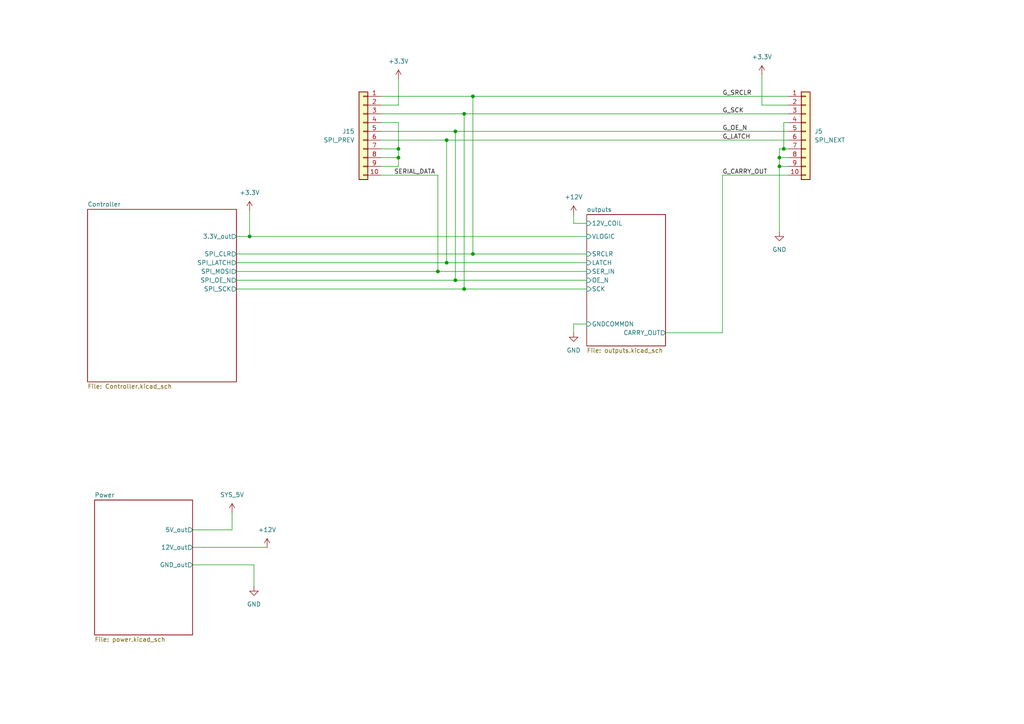
<source format=kicad_sch>
(kicad_sch
	(version 20250114)
	(generator "eeschema")
	(generator_version "9.0")
	(uuid "4a899aa1-9bb8-4bd0-98b8-a923f79fe9df")
	(paper "A4")
	(lib_symbols
		(symbol "Connector_Generic:Conn_01x10"
			(pin_names
				(offset 1.016)
				(hide yes)
			)
			(exclude_from_sim no)
			(in_bom yes)
			(on_board yes)
			(property "Reference" "J"
				(at 0 12.7 0)
				(effects
					(font
						(size 1.27 1.27)
					)
				)
			)
			(property "Value" "Conn_01x10"
				(at 0 -15.24 0)
				(effects
					(font
						(size 1.27 1.27)
					)
				)
			)
			(property "Footprint" ""
				(at 0 0 0)
				(effects
					(font
						(size 1.27 1.27)
					)
					(hide yes)
				)
			)
			(property "Datasheet" "~"
				(at 0 0 0)
				(effects
					(font
						(size 1.27 1.27)
					)
					(hide yes)
				)
			)
			(property "Description" "Generic connector, single row, 01x10, script generated (kicad-library-utils/schlib/autogen/connector/)"
				(at 0 0 0)
				(effects
					(font
						(size 1.27 1.27)
					)
					(hide yes)
				)
			)
			(property "ki_keywords" "connector"
				(at 0 0 0)
				(effects
					(font
						(size 1.27 1.27)
					)
					(hide yes)
				)
			)
			(property "ki_fp_filters" "Connector*:*_1x??_*"
				(at 0 0 0)
				(effects
					(font
						(size 1.27 1.27)
					)
					(hide yes)
				)
			)
			(symbol "Conn_01x10_1_1"
				(rectangle
					(start -1.27 11.43)
					(end 1.27 -13.97)
					(stroke
						(width 0.254)
						(type default)
					)
					(fill
						(type background)
					)
				)
				(rectangle
					(start -1.27 10.287)
					(end 0 10.033)
					(stroke
						(width 0.1524)
						(type default)
					)
					(fill
						(type none)
					)
				)
				(rectangle
					(start -1.27 7.747)
					(end 0 7.493)
					(stroke
						(width 0.1524)
						(type default)
					)
					(fill
						(type none)
					)
				)
				(rectangle
					(start -1.27 5.207)
					(end 0 4.953)
					(stroke
						(width 0.1524)
						(type default)
					)
					(fill
						(type none)
					)
				)
				(rectangle
					(start -1.27 2.667)
					(end 0 2.413)
					(stroke
						(width 0.1524)
						(type default)
					)
					(fill
						(type none)
					)
				)
				(rectangle
					(start -1.27 0.127)
					(end 0 -0.127)
					(stroke
						(width 0.1524)
						(type default)
					)
					(fill
						(type none)
					)
				)
				(rectangle
					(start -1.27 -2.413)
					(end 0 -2.667)
					(stroke
						(width 0.1524)
						(type default)
					)
					(fill
						(type none)
					)
				)
				(rectangle
					(start -1.27 -4.953)
					(end 0 -5.207)
					(stroke
						(width 0.1524)
						(type default)
					)
					(fill
						(type none)
					)
				)
				(rectangle
					(start -1.27 -7.493)
					(end 0 -7.747)
					(stroke
						(width 0.1524)
						(type default)
					)
					(fill
						(type none)
					)
				)
				(rectangle
					(start -1.27 -10.033)
					(end 0 -10.287)
					(stroke
						(width 0.1524)
						(type default)
					)
					(fill
						(type none)
					)
				)
				(rectangle
					(start -1.27 -12.573)
					(end 0 -12.827)
					(stroke
						(width 0.1524)
						(type default)
					)
					(fill
						(type none)
					)
				)
				(pin passive line
					(at -5.08 10.16 0)
					(length 3.81)
					(name "Pin_1"
						(effects
							(font
								(size 1.27 1.27)
							)
						)
					)
					(number "1"
						(effects
							(font
								(size 1.27 1.27)
							)
						)
					)
				)
				(pin passive line
					(at -5.08 7.62 0)
					(length 3.81)
					(name "Pin_2"
						(effects
							(font
								(size 1.27 1.27)
							)
						)
					)
					(number "2"
						(effects
							(font
								(size 1.27 1.27)
							)
						)
					)
				)
				(pin passive line
					(at -5.08 5.08 0)
					(length 3.81)
					(name "Pin_3"
						(effects
							(font
								(size 1.27 1.27)
							)
						)
					)
					(number "3"
						(effects
							(font
								(size 1.27 1.27)
							)
						)
					)
				)
				(pin passive line
					(at -5.08 2.54 0)
					(length 3.81)
					(name "Pin_4"
						(effects
							(font
								(size 1.27 1.27)
							)
						)
					)
					(number "4"
						(effects
							(font
								(size 1.27 1.27)
							)
						)
					)
				)
				(pin passive line
					(at -5.08 0 0)
					(length 3.81)
					(name "Pin_5"
						(effects
							(font
								(size 1.27 1.27)
							)
						)
					)
					(number "5"
						(effects
							(font
								(size 1.27 1.27)
							)
						)
					)
				)
				(pin passive line
					(at -5.08 -2.54 0)
					(length 3.81)
					(name "Pin_6"
						(effects
							(font
								(size 1.27 1.27)
							)
						)
					)
					(number "6"
						(effects
							(font
								(size 1.27 1.27)
							)
						)
					)
				)
				(pin passive line
					(at -5.08 -5.08 0)
					(length 3.81)
					(name "Pin_7"
						(effects
							(font
								(size 1.27 1.27)
							)
						)
					)
					(number "7"
						(effects
							(font
								(size 1.27 1.27)
							)
						)
					)
				)
				(pin passive line
					(at -5.08 -7.62 0)
					(length 3.81)
					(name "Pin_8"
						(effects
							(font
								(size 1.27 1.27)
							)
						)
					)
					(number "8"
						(effects
							(font
								(size 1.27 1.27)
							)
						)
					)
				)
				(pin passive line
					(at -5.08 -10.16 0)
					(length 3.81)
					(name "Pin_9"
						(effects
							(font
								(size 1.27 1.27)
							)
						)
					)
					(number "9"
						(effects
							(font
								(size 1.27 1.27)
							)
						)
					)
				)
				(pin passive line
					(at -5.08 -12.7 0)
					(length 3.81)
					(name "Pin_10"
						(effects
							(font
								(size 1.27 1.27)
							)
						)
					)
					(number "10"
						(effects
							(font
								(size 1.27 1.27)
							)
						)
					)
				)
			)
			(embedded_fonts no)
		)
		(symbol "power:+12V"
			(power)
			(pin_numbers
				(hide yes)
			)
			(pin_names
				(offset 0)
				(hide yes)
			)
			(exclude_from_sim no)
			(in_bom yes)
			(on_board yes)
			(property "Reference" "#PWR"
				(at 0 -3.81 0)
				(effects
					(font
						(size 1.27 1.27)
					)
					(hide yes)
				)
			)
			(property "Value" "+12V"
				(at 0 3.556 0)
				(effects
					(font
						(size 1.27 1.27)
					)
				)
			)
			(property "Footprint" ""
				(at 0 0 0)
				(effects
					(font
						(size 1.27 1.27)
					)
					(hide yes)
				)
			)
			(property "Datasheet" ""
				(at 0 0 0)
				(effects
					(font
						(size 1.27 1.27)
					)
					(hide yes)
				)
			)
			(property "Description" "Power symbol creates a global label with name \"+12V\""
				(at 0 0 0)
				(effects
					(font
						(size 1.27 1.27)
					)
					(hide yes)
				)
			)
			(property "ki_keywords" "global power"
				(at 0 0 0)
				(effects
					(font
						(size 1.27 1.27)
					)
					(hide yes)
				)
			)
			(symbol "+12V_0_1"
				(polyline
					(pts
						(xy -0.762 1.27) (xy 0 2.54)
					)
					(stroke
						(width 0)
						(type default)
					)
					(fill
						(type none)
					)
				)
				(polyline
					(pts
						(xy 0 2.54) (xy 0.762 1.27)
					)
					(stroke
						(width 0)
						(type default)
					)
					(fill
						(type none)
					)
				)
				(polyline
					(pts
						(xy 0 0) (xy 0 2.54)
					)
					(stroke
						(width 0)
						(type default)
					)
					(fill
						(type none)
					)
				)
			)
			(symbol "+12V_1_1"
				(pin power_in line
					(at 0 0 90)
					(length 0)
					(name "~"
						(effects
							(font
								(size 1.27 1.27)
							)
						)
					)
					(number "1"
						(effects
							(font
								(size 1.27 1.27)
							)
						)
					)
				)
			)
			(embedded_fonts no)
		)
		(symbol "power:+3.3V"
			(power)
			(pin_numbers
				(hide yes)
			)
			(pin_names
				(offset 0)
				(hide yes)
			)
			(exclude_from_sim no)
			(in_bom yes)
			(on_board yes)
			(property "Reference" "#PWR"
				(at 0 -3.81 0)
				(effects
					(font
						(size 1.27 1.27)
					)
					(hide yes)
				)
			)
			(property "Value" "+3.3V"
				(at 0 3.556 0)
				(effects
					(font
						(size 1.27 1.27)
					)
				)
			)
			(property "Footprint" ""
				(at 0 0 0)
				(effects
					(font
						(size 1.27 1.27)
					)
					(hide yes)
				)
			)
			(property "Datasheet" ""
				(at 0 0 0)
				(effects
					(font
						(size 1.27 1.27)
					)
					(hide yes)
				)
			)
			(property "Description" "Power symbol creates a global label with name \"+3.3V\""
				(at 0 0 0)
				(effects
					(font
						(size 1.27 1.27)
					)
					(hide yes)
				)
			)
			(property "ki_keywords" "global power"
				(at 0 0 0)
				(effects
					(font
						(size 1.27 1.27)
					)
					(hide yes)
				)
			)
			(symbol "+3.3V_0_1"
				(polyline
					(pts
						(xy -0.762 1.27) (xy 0 2.54)
					)
					(stroke
						(width 0)
						(type default)
					)
					(fill
						(type none)
					)
				)
				(polyline
					(pts
						(xy 0 2.54) (xy 0.762 1.27)
					)
					(stroke
						(width 0)
						(type default)
					)
					(fill
						(type none)
					)
				)
				(polyline
					(pts
						(xy 0 0) (xy 0 2.54)
					)
					(stroke
						(width 0)
						(type default)
					)
					(fill
						(type none)
					)
				)
			)
			(symbol "+3.3V_1_1"
				(pin power_in line
					(at 0 0 90)
					(length 0)
					(name "~"
						(effects
							(font
								(size 1.27 1.27)
							)
						)
					)
					(number "1"
						(effects
							(font
								(size 1.27 1.27)
							)
						)
					)
				)
			)
			(embedded_fonts no)
		)
		(symbol "power:+5V"
			(power)
			(pin_numbers
				(hide yes)
			)
			(pin_names
				(offset 0)
				(hide yes)
			)
			(exclude_from_sim no)
			(in_bom yes)
			(on_board yes)
			(property "Reference" "#PWR"
				(at 0 -3.81 0)
				(effects
					(font
						(size 1.27 1.27)
					)
					(hide yes)
				)
			)
			(property "Value" "+5V"
				(at 0 3.556 0)
				(effects
					(font
						(size 1.27 1.27)
					)
				)
			)
			(property "Footprint" ""
				(at 0 0 0)
				(effects
					(font
						(size 1.27 1.27)
					)
					(hide yes)
				)
			)
			(property "Datasheet" ""
				(at 0 0 0)
				(effects
					(font
						(size 1.27 1.27)
					)
					(hide yes)
				)
			)
			(property "Description" "Power symbol creates a global label with name \"+5V\""
				(at 0 0 0)
				(effects
					(font
						(size 1.27 1.27)
					)
					(hide yes)
				)
			)
			(property "ki_keywords" "global power"
				(at 0 0 0)
				(effects
					(font
						(size 1.27 1.27)
					)
					(hide yes)
				)
			)
			(symbol "+5V_0_1"
				(polyline
					(pts
						(xy -0.762 1.27) (xy 0 2.54)
					)
					(stroke
						(width 0)
						(type default)
					)
					(fill
						(type none)
					)
				)
				(polyline
					(pts
						(xy 0 2.54) (xy 0.762 1.27)
					)
					(stroke
						(width 0)
						(type default)
					)
					(fill
						(type none)
					)
				)
				(polyline
					(pts
						(xy 0 0) (xy 0 2.54)
					)
					(stroke
						(width 0)
						(type default)
					)
					(fill
						(type none)
					)
				)
			)
			(symbol "+5V_1_1"
				(pin power_in line
					(at 0 0 90)
					(length 0)
					(name "~"
						(effects
							(font
								(size 1.27 1.27)
							)
						)
					)
					(number "1"
						(effects
							(font
								(size 1.27 1.27)
							)
						)
					)
				)
			)
			(embedded_fonts no)
		)
		(symbol "power:GND"
			(power)
			(pin_numbers
				(hide yes)
			)
			(pin_names
				(offset 0)
				(hide yes)
			)
			(exclude_from_sim no)
			(in_bom yes)
			(on_board yes)
			(property "Reference" "#PWR"
				(at 0 -6.35 0)
				(effects
					(font
						(size 1.27 1.27)
					)
					(hide yes)
				)
			)
			(property "Value" "GND"
				(at 0 -3.81 0)
				(effects
					(font
						(size 1.27 1.27)
					)
				)
			)
			(property "Footprint" ""
				(at 0 0 0)
				(effects
					(font
						(size 1.27 1.27)
					)
					(hide yes)
				)
			)
			(property "Datasheet" ""
				(at 0 0 0)
				(effects
					(font
						(size 1.27 1.27)
					)
					(hide yes)
				)
			)
			(property "Description" "Power symbol creates a global label with name \"GND\" , ground"
				(at 0 0 0)
				(effects
					(font
						(size 1.27 1.27)
					)
					(hide yes)
				)
			)
			(property "ki_keywords" "global power"
				(at 0 0 0)
				(effects
					(font
						(size 1.27 1.27)
					)
					(hide yes)
				)
			)
			(symbol "GND_0_1"
				(polyline
					(pts
						(xy 0 0) (xy 0 -1.27) (xy 1.27 -1.27) (xy 0 -2.54) (xy -1.27 -1.27) (xy 0 -1.27)
					)
					(stroke
						(width 0)
						(type default)
					)
					(fill
						(type none)
					)
				)
			)
			(symbol "GND_1_1"
				(pin power_in line
					(at 0 0 270)
					(length 0)
					(name "~"
						(effects
							(font
								(size 1.27 1.27)
							)
						)
					)
					(number "1"
						(effects
							(font
								(size 1.27 1.27)
							)
						)
					)
				)
			)
			(embedded_fonts no)
		)
	)
	(junction
		(at 137.16 73.66)
		(diameter 0)
		(color 0 0 0 0)
		(uuid "09a65d19-22d5-4e71-a99c-f6e07b9e01b3")
	)
	(junction
		(at 134.62 33.02)
		(diameter 0)
		(color 0 0 0 0)
		(uuid "0dc65f37-32e2-4ba8-aac6-64a0b5692a5b")
	)
	(junction
		(at 137.16 27.94)
		(diameter 0)
		(color 0 0 0 0)
		(uuid "0f2a0b42-5845-48a9-aa96-cd629e63dbaa")
	)
	(junction
		(at 134.62 83.82)
		(diameter 0)
		(color 0 0 0 0)
		(uuid "2595c17e-f3dc-43a4-a679-1457c80698bb")
	)
	(junction
		(at 115.57 43.18)
		(diameter 0)
		(color 0 0 0 0)
		(uuid "31293778-7edb-4f04-bec9-877732133a5a")
	)
	(junction
		(at 226.06 45.72)
		(diameter 0)
		(color 0 0 0 0)
		(uuid "3e1f42da-bdaa-4a70-b0b0-ad058052f725")
	)
	(junction
		(at 127 78.74)
		(diameter 0)
		(color 0 0 0 0)
		(uuid "4942af57-05e7-4a88-9e52-efb5f0d2de2d")
	)
	(junction
		(at 132.08 81.28)
		(diameter 0)
		(color 0 0 0 0)
		(uuid "5864953b-52bf-4189-a0e6-573e91bb3da4")
	)
	(junction
		(at 227.33 43.18)
		(diameter 0)
		(color 0 0 0 0)
		(uuid "6a943d2e-dd0a-406e-93e9-30584c8f19a9")
	)
	(junction
		(at 132.08 38.1)
		(diameter 0)
		(color 0 0 0 0)
		(uuid "7591e03b-b9ab-4d59-a110-2f884fe70f9c")
	)
	(junction
		(at 129.54 40.64)
		(diameter 0)
		(color 0 0 0 0)
		(uuid "7bbbf712-6a85-4db6-9f75-977881973096")
	)
	(junction
		(at 115.57 45.72)
		(diameter 0)
		(color 0 0 0 0)
		(uuid "a0b6542c-9d81-4500-8ea1-7319ac168c8c")
	)
	(junction
		(at 129.54 76.2)
		(diameter 0)
		(color 0 0 0 0)
		(uuid "b5f8c462-d6f7-41f7-8166-28047d6e6518")
	)
	(junction
		(at 226.06 48.26)
		(diameter 0)
		(color 0 0 0 0)
		(uuid "cbcdd37a-2ad5-4321-a8f8-060ca81afc53")
	)
	(junction
		(at 72.39 68.58)
		(diameter 0)
		(color 0 0 0 0)
		(uuid "e9086c17-72e9-4e14-b90e-593e4811e3fe")
	)
	(wire
		(pts
			(xy 228.6 30.48) (xy 220.98 30.48)
		)
		(stroke
			(width 0)
			(type default)
		)
		(uuid "0162b361-b6c1-4aef-9996-8f5380fa37ed")
	)
	(wire
		(pts
			(xy 170.18 93.98) (xy 166.37 93.98)
		)
		(stroke
			(width 0)
			(type default)
		)
		(uuid "0d51f8d2-d6e4-47a5-adad-877970139969")
	)
	(wire
		(pts
			(xy 137.16 27.94) (xy 137.16 73.66)
		)
		(stroke
			(width 0)
			(type default)
		)
		(uuid "10b760a4-dd3c-40dd-9863-4806604bf1ea")
	)
	(wire
		(pts
			(xy 67.31 153.67) (xy 67.31 148.59)
		)
		(stroke
			(width 0)
			(type default)
		)
		(uuid "110e774e-c554-44af-8b29-99a8f61f8697")
	)
	(wire
		(pts
			(xy 137.16 27.94) (xy 228.6 27.94)
		)
		(stroke
			(width 0)
			(type default)
		)
		(uuid "14569af3-4220-4275-b60c-caee91855ccc")
	)
	(wire
		(pts
			(xy 55.88 158.75) (xy 77.47 158.75)
		)
		(stroke
			(width 0)
			(type default)
		)
		(uuid "1c66a8d4-ccb5-4f1f-8bb7-592727487c79")
	)
	(wire
		(pts
			(xy 129.54 40.64) (xy 228.6 40.64)
		)
		(stroke
			(width 0)
			(type default)
		)
		(uuid "1f8693cf-8cb4-4698-b209-c8b1aeca1f56")
	)
	(wire
		(pts
			(xy 227.33 35.56) (xy 227.33 43.18)
		)
		(stroke
			(width 0)
			(type default)
		)
		(uuid "21f2ad19-30eb-40f7-84fb-ebf713d30632")
	)
	(wire
		(pts
			(xy 129.54 40.64) (xy 129.54 76.2)
		)
		(stroke
			(width 0)
			(type default)
		)
		(uuid "230ac9c1-d0cf-4f80-a409-4404963729e1")
	)
	(wire
		(pts
			(xy 115.57 45.72) (xy 115.57 48.26)
		)
		(stroke
			(width 0)
			(type default)
		)
		(uuid "30baa0ca-6452-49d1-a2a5-e0dca4d136bb")
	)
	(wire
		(pts
			(xy 68.58 81.28) (xy 132.08 81.28)
		)
		(stroke
			(width 0)
			(type default)
		)
		(uuid "33f70b66-20c1-49bf-8087-b5f5eb53575a")
	)
	(wire
		(pts
			(xy 226.06 48.26) (xy 226.06 67.31)
		)
		(stroke
			(width 0)
			(type default)
		)
		(uuid "35522a1b-cdbe-4b34-844f-209a6dfaf1bd")
	)
	(wire
		(pts
			(xy 115.57 35.56) (xy 115.57 43.18)
		)
		(stroke
			(width 0)
			(type default)
		)
		(uuid "37d0f868-5a77-4de4-8cac-10b1adc781f6")
	)
	(wire
		(pts
			(xy 166.37 93.98) (xy 166.37 96.52)
		)
		(stroke
			(width 0)
			(type default)
		)
		(uuid "3d656119-93d8-4fe4-8fd4-7ace3f4a7387")
	)
	(wire
		(pts
			(xy 209.55 50.8) (xy 228.6 50.8)
		)
		(stroke
			(width 0)
			(type default)
		)
		(uuid "42372aa9-b71f-46a9-9b62-6d0f148fec77")
	)
	(wire
		(pts
			(xy 110.49 35.56) (xy 115.57 35.56)
		)
		(stroke
			(width 0)
			(type default)
		)
		(uuid "4da7ffda-3ac2-479d-8c46-3be5048879ff")
	)
	(wire
		(pts
			(xy 72.39 60.96) (xy 72.39 68.58)
		)
		(stroke
			(width 0)
			(type default)
		)
		(uuid "57afae4d-c43a-44f5-aa2f-8d971f78ca56")
	)
	(wire
		(pts
			(xy 226.06 43.18) (xy 226.06 45.72)
		)
		(stroke
			(width 0)
			(type default)
		)
		(uuid "65d7152b-6e89-4349-a56c-8770823f4775")
	)
	(wire
		(pts
			(xy 228.6 48.26) (xy 226.06 48.26)
		)
		(stroke
			(width 0)
			(type default)
		)
		(uuid "6d99184f-b252-441b-aa45-b4129cc89f0d")
	)
	(wire
		(pts
			(xy 55.88 153.67) (xy 67.31 153.67)
		)
		(stroke
			(width 0)
			(type default)
		)
		(uuid "70fbd30a-d93d-4f56-8c5e-1a20e37b6c39")
	)
	(wire
		(pts
			(xy 132.08 38.1) (xy 132.08 81.28)
		)
		(stroke
			(width 0)
			(type default)
		)
		(uuid "7408097f-7be7-4b27-9c54-557f07ceaa92")
	)
	(wire
		(pts
			(xy 110.49 43.18) (xy 115.57 43.18)
		)
		(stroke
			(width 0)
			(type default)
		)
		(uuid "74cae566-5a10-4500-b592-2c411c8f2148")
	)
	(wire
		(pts
			(xy 68.58 78.74) (xy 127 78.74)
		)
		(stroke
			(width 0)
			(type default)
		)
		(uuid "79bd7e08-44f1-4b17-be59-c7675b9017ff")
	)
	(wire
		(pts
			(xy 193.04 96.52) (xy 209.55 96.52)
		)
		(stroke
			(width 0)
			(type default)
		)
		(uuid "7a461875-1409-4752-800a-b62698d7fd0e")
	)
	(wire
		(pts
			(xy 110.49 45.72) (xy 115.57 45.72)
		)
		(stroke
			(width 0)
			(type default)
		)
		(uuid "853cab72-473e-4425-a161-cc52234beaee")
	)
	(wire
		(pts
			(xy 226.06 45.72) (xy 228.6 45.72)
		)
		(stroke
			(width 0)
			(type default)
		)
		(uuid "8696b045-a45e-4d58-bc45-6db8f6b10535")
	)
	(wire
		(pts
			(xy 110.49 50.8) (xy 127 50.8)
		)
		(stroke
			(width 0)
			(type default)
		)
		(uuid "86fe2819-56cc-4ca3-967e-70d45cfc1ced")
	)
	(wire
		(pts
			(xy 132.08 81.28) (xy 170.18 81.28)
		)
		(stroke
			(width 0)
			(type default)
		)
		(uuid "874bcde9-a2ff-4ce2-b51c-5ed7617bb704")
	)
	(wire
		(pts
			(xy 72.39 68.58) (xy 68.58 68.58)
		)
		(stroke
			(width 0)
			(type default)
		)
		(uuid "87dc92dc-40de-465d-b9a6-c4ffbdc6f8e4")
	)
	(wire
		(pts
			(xy 68.58 76.2) (xy 129.54 76.2)
		)
		(stroke
			(width 0)
			(type default)
		)
		(uuid "8bc6effd-174a-4248-9c35-8b289cb75d0b")
	)
	(wire
		(pts
			(xy 134.62 33.02) (xy 228.6 33.02)
		)
		(stroke
			(width 0)
			(type default)
		)
		(uuid "95f41a23-4e8b-4dc5-a23b-4046ac7dc285")
	)
	(wire
		(pts
			(xy 115.57 30.48) (xy 115.57 22.86)
		)
		(stroke
			(width 0)
			(type default)
		)
		(uuid "9ad35a93-8274-4161-a50a-189ee9ff4f03")
	)
	(wire
		(pts
			(xy 110.49 27.94) (xy 137.16 27.94)
		)
		(stroke
			(width 0)
			(type default)
		)
		(uuid "a5ceff96-46d8-4e91-8497-b34400eae58f")
	)
	(wire
		(pts
			(xy 127 78.74) (xy 170.18 78.74)
		)
		(stroke
			(width 0)
			(type default)
		)
		(uuid "ae601b62-276e-4a79-beac-5f425fbfd8cc")
	)
	(wire
		(pts
			(xy 129.54 76.2) (xy 170.18 76.2)
		)
		(stroke
			(width 0)
			(type default)
		)
		(uuid "b1391127-9a67-443c-9b84-08e502662417")
	)
	(wire
		(pts
			(xy 110.49 30.48) (xy 115.57 30.48)
		)
		(stroke
			(width 0)
			(type default)
		)
		(uuid "b1ba1403-ee88-4c5e-a4a1-558a03613bad")
	)
	(wire
		(pts
			(xy 137.16 73.66) (xy 170.18 73.66)
		)
		(stroke
			(width 0)
			(type default)
		)
		(uuid "b2d2c6c8-c3a2-493a-ad6f-3289e6d02d85")
	)
	(wire
		(pts
			(xy 110.49 38.1) (xy 132.08 38.1)
		)
		(stroke
			(width 0)
			(type default)
		)
		(uuid "b41b2747-9176-477d-b0e5-841f0ec8e860")
	)
	(wire
		(pts
			(xy 134.62 33.02) (xy 134.62 83.82)
		)
		(stroke
			(width 0)
			(type default)
		)
		(uuid "b517c2c0-1bc7-4984-a5a4-42a690864606")
	)
	(wire
		(pts
			(xy 55.88 163.83) (xy 73.66 163.83)
		)
		(stroke
			(width 0)
			(type default)
		)
		(uuid "c3a70886-3d5f-4a41-aeec-87f9942c2f2c")
	)
	(wire
		(pts
			(xy 72.39 68.58) (xy 170.18 68.58)
		)
		(stroke
			(width 0)
			(type default)
		)
		(uuid "c61b1dae-651b-47a4-a6c5-b5d730a07cec")
	)
	(wire
		(pts
			(xy 127 50.8) (xy 127 78.74)
		)
		(stroke
			(width 0)
			(type default)
		)
		(uuid "c95f6684-f696-461b-9f85-de5f7c794341")
	)
	(wire
		(pts
			(xy 228.6 43.18) (xy 227.33 43.18)
		)
		(stroke
			(width 0)
			(type default)
		)
		(uuid "d0fcb862-161c-4a64-bcb1-e85bb8d4e82d")
	)
	(wire
		(pts
			(xy 110.49 33.02) (xy 134.62 33.02)
		)
		(stroke
			(width 0)
			(type default)
		)
		(uuid "d103ae13-ddca-4b53-bcec-21484a480a8d")
	)
	(wire
		(pts
			(xy 209.55 96.52) (xy 209.55 50.8)
		)
		(stroke
			(width 0)
			(type default)
		)
		(uuid "d170c96e-804c-411b-9845-4b3046297e03")
	)
	(wire
		(pts
			(xy 220.98 30.48) (xy 220.98 21.59)
		)
		(stroke
			(width 0)
			(type default)
		)
		(uuid "d32bf845-a214-47e8-970e-2ae8237b0d68")
	)
	(wire
		(pts
			(xy 134.62 83.82) (xy 170.18 83.82)
		)
		(stroke
			(width 0)
			(type default)
		)
		(uuid "d428aa6d-b861-4470-8228-7d9797159795")
	)
	(wire
		(pts
			(xy 68.58 83.82) (xy 134.62 83.82)
		)
		(stroke
			(width 0)
			(type default)
		)
		(uuid "d42b916a-d948-4f4b-98ec-b2872537d429")
	)
	(wire
		(pts
			(xy 73.66 163.83) (xy 73.66 170.18)
		)
		(stroke
			(width 0)
			(type default)
		)
		(uuid "d94644e3-08ae-4503-8f66-9580df31b322")
	)
	(wire
		(pts
			(xy 68.58 73.66) (xy 137.16 73.66)
		)
		(stroke
			(width 0)
			(type default)
		)
		(uuid "dadc1d6b-d675-4364-ae41-a1518a0f4901")
	)
	(wire
		(pts
			(xy 226.06 45.72) (xy 226.06 48.26)
		)
		(stroke
			(width 0)
			(type default)
		)
		(uuid "e52e834c-5cef-41ee-b8d7-42de21e89371")
	)
	(wire
		(pts
			(xy 132.08 38.1) (xy 228.6 38.1)
		)
		(stroke
			(width 0)
			(type default)
		)
		(uuid "ea797bdd-a0af-4636-9d74-bcea4222ddcf")
	)
	(wire
		(pts
			(xy 170.18 64.77) (xy 166.37 64.77)
		)
		(stroke
			(width 0)
			(type default)
		)
		(uuid "ef871e5d-35ed-4745-8bfa-d0e9adff2805")
	)
	(wire
		(pts
			(xy 227.33 43.18) (xy 226.06 43.18)
		)
		(stroke
			(width 0)
			(type default)
		)
		(uuid "efebb939-cef2-4669-a136-0c17b410f43f")
	)
	(wire
		(pts
			(xy 115.57 48.26) (xy 110.49 48.26)
		)
		(stroke
			(width 0)
			(type default)
		)
		(uuid "f3aae9d8-620f-4d25-b459-fae621388a5b")
	)
	(wire
		(pts
			(xy 166.37 64.77) (xy 166.37 62.23)
		)
		(stroke
			(width 0)
			(type default)
		)
		(uuid "f515658e-d70e-4553-9ba9-3383abbb15a2")
	)
	(wire
		(pts
			(xy 110.49 40.64) (xy 129.54 40.64)
		)
		(stroke
			(width 0)
			(type default)
		)
		(uuid "fb72cfac-cc29-4b57-98df-3fb88968a394")
	)
	(wire
		(pts
			(xy 228.6 35.56) (xy 227.33 35.56)
		)
		(stroke
			(width 0)
			(type default)
		)
		(uuid "fc32dde8-9eba-48d0-9544-c39a7a94d732")
	)
	(wire
		(pts
			(xy 115.57 43.18) (xy 115.57 45.72)
		)
		(stroke
			(width 0)
			(type default)
		)
		(uuid "fff78750-cda5-4269-ac6a-2741828a1443")
	)
	(label "G_CARRY_OUT"
		(at 209.55 50.8 0)
		(effects
			(font
				(size 1.27 1.27)
			)
			(justify left bottom)
		)
		(uuid "0319ce26-ad66-46ea-96d0-522543bef6ca")
	)
	(label "G_LATCH"
		(at 209.55 40.64 0)
		(effects
			(font
				(size 1.27 1.27)
			)
			(justify left bottom)
		)
		(uuid "2f9f25e8-a764-402e-b23f-aa42c8fea7a8")
	)
	(label "G_SRCLR"
		(at 209.55 27.94 0)
		(effects
			(font
				(size 1.27 1.27)
			)
			(justify left bottom)
		)
		(uuid "420d10bb-76ef-46cb-9723-54cf834e04e1")
	)
	(label "G_SCK"
		(at 209.55 33.02 0)
		(effects
			(font
				(size 1.27 1.27)
			)
			(justify left bottom)
		)
		(uuid "74ae0139-081d-40bb-9926-244a3a4a5bec")
	)
	(label "SERIAL_DATA"
		(at 114.3 50.8 0)
		(effects
			(font
				(size 1.27 1.27)
			)
			(justify left bottom)
		)
		(uuid "c0702b42-a29a-42ae-9392-fc13a4e0a628")
	)
	(label "G_OE_N"
		(at 209.55 38.1 0)
		(effects
			(font
				(size 1.27 1.27)
			)
			(justify left bottom)
		)
		(uuid "e15b81e1-e1f8-4cd2-a0b6-f91f93ce7620")
	)
	(symbol
		(lib_id "power:+12V")
		(at 77.47 158.75 0)
		(unit 1)
		(exclude_from_sim no)
		(in_bom yes)
		(on_board yes)
		(dnp no)
		(fields_autoplaced yes)
		(uuid "0039aba3-7316-4a85-872e-2a84407896b7")
		(property "Reference" "#PWR05"
			(at 77.47 162.56 0)
			(effects
				(font
					(size 1.27 1.27)
				)
				(hide yes)
			)
		)
		(property "Value" "+12V"
			(at 77.47 153.67 0)
			(effects
				(font
					(size 1.27 1.27)
				)
			)
		)
		(property "Footprint" ""
			(at 77.47 158.75 0)
			(effects
				(font
					(size 1.27 1.27)
				)
				(hide yes)
			)
		)
		(property "Datasheet" ""
			(at 77.47 158.75 0)
			(effects
				(font
					(size 1.27 1.27)
				)
				(hide yes)
			)
		)
		(property "Description" "Power symbol creates a global label with name \"+12V\""
			(at 77.47 158.75 0)
			(effects
				(font
					(size 1.27 1.27)
				)
				(hide yes)
			)
		)
		(pin "1"
			(uuid "92142dbc-2b6f-470b-a2e3-aba14c61a14a")
		)
		(instances
			(project ""
				(path "/4a899aa1-9bb8-4bd0-98b8-a923f79fe9df"
					(reference "#PWR05")
					(unit 1)
				)
			)
		)
	)
	(symbol
		(lib_id "power:+3.3V")
		(at 72.39 60.96 0)
		(unit 1)
		(exclude_from_sim no)
		(in_bom yes)
		(on_board yes)
		(dnp no)
		(fields_autoplaced yes)
		(uuid "31c0d915-8a9f-4682-a458-fd7cab193491")
		(property "Reference" "#PWR010"
			(at 72.39 64.77 0)
			(effects
				(font
					(size 1.27 1.27)
				)
				(hide yes)
			)
		)
		(property "Value" "+3.3V"
			(at 72.39 55.88 0)
			(effects
				(font
					(size 1.27 1.27)
				)
			)
		)
		(property "Footprint" ""
			(at 72.39 60.96 0)
			(effects
				(font
					(size 1.27 1.27)
				)
				(hide yes)
			)
		)
		(property "Datasheet" ""
			(at 72.39 60.96 0)
			(effects
				(font
					(size 1.27 1.27)
				)
				(hide yes)
			)
		)
		(property "Description" "Power symbol creates a global label with name \"+3.3V\""
			(at 72.39 60.96 0)
			(effects
				(font
					(size 1.27 1.27)
				)
				(hide yes)
			)
		)
		(pin "1"
			(uuid "2fce0a14-4a8a-4ff7-953e-f7b4cbf9d2bb")
		)
		(instances
			(project "OrganUnifiedSoundboard"
				(path "/4a899aa1-9bb8-4bd0-98b8-a923f79fe9df"
					(reference "#PWR010")
					(unit 1)
				)
			)
		)
	)
	(symbol
		(lib_id "power:GND")
		(at 166.37 96.52 0)
		(unit 1)
		(exclude_from_sim no)
		(in_bom yes)
		(on_board yes)
		(dnp no)
		(fields_autoplaced yes)
		(uuid "31e95ea1-1e4b-4433-9af9-6852a8344019")
		(property "Reference" "#PWR06"
			(at 166.37 102.87 0)
			(effects
				(font
					(size 1.27 1.27)
				)
				(hide yes)
			)
		)
		(property "Value" "GND"
			(at 166.37 101.6 0)
			(effects
				(font
					(size 1.27 1.27)
				)
			)
		)
		(property "Footprint" ""
			(at 166.37 96.52 0)
			(effects
				(font
					(size 1.27 1.27)
				)
				(hide yes)
			)
		)
		(property "Datasheet" ""
			(at 166.37 96.52 0)
			(effects
				(font
					(size 1.27 1.27)
				)
				(hide yes)
			)
		)
		(property "Description" "Power symbol creates a global label with name \"GND\" , ground"
			(at 166.37 96.52 0)
			(effects
				(font
					(size 1.27 1.27)
				)
				(hide yes)
			)
		)
		(pin "1"
			(uuid "a69929c0-4864-47ce-9299-e61feacd8d6b")
		)
		(instances
			(project "OrganUnifiedSoundboard"
				(path "/4a899aa1-9bb8-4bd0-98b8-a923f79fe9df"
					(reference "#PWR06")
					(unit 1)
				)
			)
		)
	)
	(symbol
		(lib_id "Connector_Generic:Conn_01x10")
		(at 105.41 38.1 0)
		(mirror y)
		(unit 1)
		(exclude_from_sim no)
		(in_bom yes)
		(on_board yes)
		(dnp no)
		(uuid "37de71a5-02ed-4238-947c-eeb0392032dc")
		(property "Reference" "J15"
			(at 102.87 38.0999 0)
			(effects
				(font
					(size 1.27 1.27)
				)
				(justify left)
			)
		)
		(property "Value" "SPI_PREV"
			(at 102.87 40.6399 0)
			(effects
				(font
					(size 1.27 1.27)
				)
				(justify left)
			)
		)
		(property "Footprint" "Connector_IDC:IDC-Header_2x05_P2.54mm_Vertical"
			(at 105.41 38.1 0)
			(effects
				(font
					(size 1.27 1.27)
				)
				(hide yes)
			)
		)
		(property "Datasheet" "~"
			(at 105.41 38.1 0)
			(effects
				(font
					(size 1.27 1.27)
				)
				(hide yes)
			)
		)
		(property "Description" "Generic connector, single row, 01x10, script generated (kicad-library-utils/schlib/autogen/connector/)"
			(at 105.41 38.1 0)
			(effects
				(font
					(size 1.27 1.27)
				)
				(hide yes)
			)
		)
		(pin "9"
			(uuid "29640c08-efaa-4c04-acd3-fb1a696391ca")
		)
		(pin "1"
			(uuid "de2c78a6-2ffc-4606-afde-9b919a12b8da")
		)
		(pin "2"
			(uuid "9f40031d-9c0a-4ac9-a14f-432398a0fbe6")
		)
		(pin "3"
			(uuid "22a67d07-abe2-47aa-80a0-1961601c4cb0")
		)
		(pin "10"
			(uuid "60fbaace-f357-491b-8887-831fce6ddcff")
		)
		(pin "4"
			(uuid "f2862796-06a6-4465-96e1-73275a4230a6")
		)
		(pin "8"
			(uuid "e2d3728f-def2-40a6-988d-ff7a9a45c702")
		)
		(pin "5"
			(uuid "6a999412-a9f1-4210-af94-c14d1fd5fc0a")
		)
		(pin "7"
			(uuid "be07b1ea-bd63-4fe5-ac63-6dc8826ed53b")
		)
		(pin "6"
			(uuid "9806679a-6724-49ba-892a-e90d0f1c3c6d")
		)
		(instances
			(project "OrganUnifiedSoundboard"
				(path "/4a899aa1-9bb8-4bd0-98b8-a923f79fe9df"
					(reference "J15")
					(unit 1)
				)
			)
		)
	)
	(symbol
		(lib_id "power:+3.3V")
		(at 220.98 21.59 0)
		(unit 1)
		(exclude_from_sim no)
		(in_bom yes)
		(on_board yes)
		(dnp no)
		(fields_autoplaced yes)
		(uuid "5bb120f6-9597-4c5d-9d61-fec94598a098")
		(property "Reference" "#PWR021"
			(at 220.98 25.4 0)
			(effects
				(font
					(size 1.27 1.27)
				)
				(hide yes)
			)
		)
		(property "Value" "+3.3V"
			(at 220.98 16.51 0)
			(effects
				(font
					(size 1.27 1.27)
				)
			)
		)
		(property "Footprint" ""
			(at 220.98 21.59 0)
			(effects
				(font
					(size 1.27 1.27)
				)
				(hide yes)
			)
		)
		(property "Datasheet" ""
			(at 220.98 21.59 0)
			(effects
				(font
					(size 1.27 1.27)
				)
				(hide yes)
			)
		)
		(property "Description" "Power symbol creates a global label with name \"+3.3V\""
			(at 220.98 21.59 0)
			(effects
				(font
					(size 1.27 1.27)
				)
				(hide yes)
			)
		)
		(pin "1"
			(uuid "a68cbfb7-4136-4771-b185-370f61182da0")
		)
		(instances
			(project "OrganUnifiedSoundboard"
				(path "/4a899aa1-9bb8-4bd0-98b8-a923f79fe9df"
					(reference "#PWR021")
					(unit 1)
				)
			)
		)
	)
	(symbol
		(lib_id "power:+3.3V")
		(at 115.57 22.86 0)
		(unit 1)
		(exclude_from_sim no)
		(in_bom yes)
		(on_board yes)
		(dnp no)
		(fields_autoplaced yes)
		(uuid "77c73ae8-6333-4fc5-9f30-929269a4b168")
		(property "Reference" "#PWR022"
			(at 115.57 26.67 0)
			(effects
				(font
					(size 1.27 1.27)
				)
				(hide yes)
			)
		)
		(property "Value" "+3.3V"
			(at 115.57 17.78 0)
			(effects
				(font
					(size 1.27 1.27)
				)
			)
		)
		(property "Footprint" ""
			(at 115.57 22.86 0)
			(effects
				(font
					(size 1.27 1.27)
				)
				(hide yes)
			)
		)
		(property "Datasheet" ""
			(at 115.57 22.86 0)
			(effects
				(font
					(size 1.27 1.27)
				)
				(hide yes)
			)
		)
		(property "Description" "Power symbol creates a global label with name \"+3.3V\""
			(at 115.57 22.86 0)
			(effects
				(font
					(size 1.27 1.27)
				)
				(hide yes)
			)
		)
		(pin "1"
			(uuid "9291b641-a08d-4e08-889a-3b54815b4ae7")
		)
		(instances
			(project "OrganUnifiedSoundboard"
				(path "/4a899aa1-9bb8-4bd0-98b8-a923f79fe9df"
					(reference "#PWR022")
					(unit 1)
				)
			)
		)
	)
	(symbol
		(lib_id "power:+5V")
		(at 67.31 148.59 0)
		(unit 1)
		(exclude_from_sim no)
		(in_bom yes)
		(on_board yes)
		(dnp no)
		(fields_autoplaced yes)
		(uuid "84f4aef3-7065-40e4-a761-5d9841dfe1e3")
		(property "Reference" "#PWR07"
			(at 67.31 152.4 0)
			(effects
				(font
					(size 1.27 1.27)
				)
				(hide yes)
			)
		)
		(property "Value" "SYS_5V"
			(at 67.31 143.51 0)
			(effects
				(font
					(size 1.27 1.27)
				)
			)
		)
		(property "Footprint" ""
			(at 67.31 148.59 0)
			(effects
				(font
					(size 1.27 1.27)
				)
				(hide yes)
			)
		)
		(property "Datasheet" ""
			(at 67.31 148.59 0)
			(effects
				(font
					(size 1.27 1.27)
				)
				(hide yes)
			)
		)
		(property "Description" "Power symbol creates a global label with name \"+5V\""
			(at 67.31 148.59 0)
			(effects
				(font
					(size 1.27 1.27)
				)
				(hide yes)
			)
		)
		(pin "1"
			(uuid "cb29ae79-5399-4c10-8686-d13332352051")
		)
		(instances
			(project "OrganUnifiedSoundboard"
				(path "/4a899aa1-9bb8-4bd0-98b8-a923f79fe9df"
					(reference "#PWR07")
					(unit 1)
				)
			)
		)
	)
	(symbol
		(lib_id "Connector_Generic:Conn_01x10")
		(at 233.68 38.1 0)
		(unit 1)
		(exclude_from_sim no)
		(in_bom yes)
		(on_board yes)
		(dnp no)
		(uuid "a54dc7d1-1470-4c0f-80c8-580c5ab6b5f9")
		(property "Reference" "J5"
			(at 236.22 38.0999 0)
			(effects
				(font
					(size 1.27 1.27)
				)
				(justify left)
			)
		)
		(property "Value" "SPI_NEXT"
			(at 236.22 40.6399 0)
			(effects
				(font
					(size 1.27 1.27)
				)
				(justify left)
			)
		)
		(property "Footprint" "Connector_IDC:IDC-Header_2x05_P2.54mm_Vertical"
			(at 233.68 38.1 0)
			(effects
				(font
					(size 1.27 1.27)
				)
				(hide yes)
			)
		)
		(property "Datasheet" "~"
			(at 233.68 38.1 0)
			(effects
				(font
					(size 1.27 1.27)
				)
				(hide yes)
			)
		)
		(property "Description" "Generic connector, single row, 01x10, script generated (kicad-library-utils/schlib/autogen/connector/)"
			(at 233.68 38.1 0)
			(effects
				(font
					(size 1.27 1.27)
				)
				(hide yes)
			)
		)
		(pin "9"
			(uuid "9c1ed464-0e30-407e-994e-81916f7d1901")
		)
		(pin "1"
			(uuid "ceb48648-cd7d-4444-aa50-11995f8b7c07")
		)
		(pin "2"
			(uuid "02bc1ca6-7518-412b-9fc9-7fa6adef47e0")
		)
		(pin "3"
			(uuid "4b64d80e-b029-4a7a-8a86-baf3d29ebee3")
		)
		(pin "10"
			(uuid "640e2da6-47f5-485d-904b-f79042181a20")
		)
		(pin "4"
			(uuid "d7de0bcd-9b65-42fe-b631-5084f8338de5")
		)
		(pin "8"
			(uuid "d09fafc1-2677-4ee0-800e-13ba7e291d84")
		)
		(pin "5"
			(uuid "cfa51f3e-f742-4458-9f0b-f77260847994")
		)
		(pin "7"
			(uuid "09204068-1bbd-45a4-8361-8878c785a78f")
		)
		(pin "6"
			(uuid "be6100ae-5174-4c19-81d8-f10294d1f4f7")
		)
		(instances
			(project "OrganUnifiedSoundboard"
				(path "/4a899aa1-9bb8-4bd0-98b8-a923f79fe9df"
					(reference "J5")
					(unit 1)
				)
			)
		)
	)
	(symbol
		(lib_id "power:+12V")
		(at 166.37 62.23 0)
		(unit 1)
		(exclude_from_sim no)
		(in_bom yes)
		(on_board yes)
		(dnp no)
		(fields_autoplaced yes)
		(uuid "be316b33-62c6-4ba2-8622-ccf61cead684")
		(property "Reference" "#PWR016"
			(at 166.37 66.04 0)
			(effects
				(font
					(size 1.27 1.27)
				)
				(hide yes)
			)
		)
		(property "Value" "+12V"
			(at 166.37 57.15 0)
			(effects
				(font
					(size 1.27 1.27)
				)
			)
		)
		(property "Footprint" ""
			(at 166.37 62.23 0)
			(effects
				(font
					(size 1.27 1.27)
				)
				(hide yes)
			)
		)
		(property "Datasheet" ""
			(at 166.37 62.23 0)
			(effects
				(font
					(size 1.27 1.27)
				)
				(hide yes)
			)
		)
		(property "Description" "Power symbol creates a global label with name \"+12V\""
			(at 166.37 62.23 0)
			(effects
				(font
					(size 1.27 1.27)
				)
				(hide yes)
			)
		)
		(pin "1"
			(uuid "484e3aca-e13b-474f-b296-5f4e9fbd1c8e")
		)
		(instances
			(project "OrganUnifiedSoundboard"
				(path "/4a899aa1-9bb8-4bd0-98b8-a923f79fe9df"
					(reference "#PWR016")
					(unit 1)
				)
			)
		)
	)
	(symbol
		(lib_id "power:GND")
		(at 226.06 67.31 0)
		(unit 1)
		(exclude_from_sim no)
		(in_bom yes)
		(on_board yes)
		(dnp no)
		(fields_autoplaced yes)
		(uuid "d4f9dda6-537e-4c45-8bfd-3626180d718e")
		(property "Reference" "#PWR020"
			(at 226.06 73.66 0)
			(effects
				(font
					(size 1.27 1.27)
				)
				(hide yes)
			)
		)
		(property "Value" "GND"
			(at 226.06 72.39 0)
			(effects
				(font
					(size 1.27 1.27)
				)
			)
		)
		(property "Footprint" ""
			(at 226.06 67.31 0)
			(effects
				(font
					(size 1.27 1.27)
				)
				(hide yes)
			)
		)
		(property "Datasheet" ""
			(at 226.06 67.31 0)
			(effects
				(font
					(size 1.27 1.27)
				)
				(hide yes)
			)
		)
		(property "Description" "Power symbol creates a global label with name \"GND\" , ground"
			(at 226.06 67.31 0)
			(effects
				(font
					(size 1.27 1.27)
				)
				(hide yes)
			)
		)
		(pin "1"
			(uuid "eba25766-db17-48e6-9934-0bd1f74301ff")
		)
		(instances
			(project "OrganUnifiedSoundboard"
				(path "/4a899aa1-9bb8-4bd0-98b8-a923f79fe9df"
					(reference "#PWR020")
					(unit 1)
				)
			)
		)
	)
	(symbol
		(lib_id "power:GND")
		(at 73.66 170.18 0)
		(unit 1)
		(exclude_from_sim no)
		(in_bom yes)
		(on_board yes)
		(dnp no)
		(fields_autoplaced yes)
		(uuid "efbe9171-5eab-466e-bfc5-d48a013d49e9")
		(property "Reference" "#PWR04"
			(at 73.66 176.53 0)
			(effects
				(font
					(size 1.27 1.27)
				)
				(hide yes)
			)
		)
		(property "Value" "GND"
			(at 73.66 175.26 0)
			(effects
				(font
					(size 1.27 1.27)
				)
			)
		)
		(property "Footprint" ""
			(at 73.66 170.18 0)
			(effects
				(font
					(size 1.27 1.27)
				)
				(hide yes)
			)
		)
		(property "Datasheet" ""
			(at 73.66 170.18 0)
			(effects
				(font
					(size 1.27 1.27)
				)
				(hide yes)
			)
		)
		(property "Description" "Power symbol creates a global label with name \"GND\" , ground"
			(at 73.66 170.18 0)
			(effects
				(font
					(size 1.27 1.27)
				)
				(hide yes)
			)
		)
		(pin "1"
			(uuid "f0b0eb3b-cd27-4c5f-8c20-bd7ff3b598a3")
		)
		(instances
			(project "OrganUnifiedSoundboard"
				(path "/4a899aa1-9bb8-4bd0-98b8-a923f79fe9df"
					(reference "#PWR04")
					(unit 1)
				)
			)
		)
	)
	(sheet
		(at 27.432 145.034)
		(size 28.448 39.116)
		(exclude_from_sim no)
		(in_bom yes)
		(on_board yes)
		(dnp no)
		(fields_autoplaced yes)
		(stroke
			(width 0.1524)
			(type solid)
		)
		(fill
			(color 0 0 0 0.0000)
		)
		(uuid "16118dad-9689-4b30-90df-a59cb7dd355d")
		(property "Sheetname" "Power"
			(at 27.432 144.3224 0)
			(effects
				(font
					(size 1.27 1.27)
				)
				(justify left bottom)
			)
		)
		(property "Sheetfile" "power.kicad_sch"
			(at 27.432 184.7346 0)
			(effects
				(font
					(size 1.27 1.27)
				)
				(justify left top)
			)
		)
		(pin "5V_out" output
			(at 55.88 153.67 0)
			(uuid "a85136ea-cf61-45c6-af18-edbc903fca77")
			(effects
				(font
					(size 1.27 1.27)
				)
				(justify right)
			)
		)
		(pin "12V_out" output
			(at 55.88 158.75 0)
			(uuid "4131b302-1b87-4ab7-b0a2-fbf4f0e7b661")
			(effects
				(font
					(size 1.27 1.27)
				)
				(justify right)
			)
		)
		(pin "GND_out" output
			(at 55.88 163.83 0)
			(uuid "46556470-4cbf-4915-a1da-7401c781c4e6")
			(effects
				(font
					(size 1.27 1.27)
				)
				(justify right)
			)
		)
		(instances
			(project "OrganUnifiedSoundboard"
				(path "/4a899aa1-9bb8-4bd0-98b8-a923f79fe9df"
					(page "3")
				)
			)
		)
	)
	(sheet
		(at 170.18 62.23)
		(size 22.86 38.1)
		(exclude_from_sim no)
		(in_bom yes)
		(on_board yes)
		(dnp no)
		(fields_autoplaced yes)
		(stroke
			(width 0.1524)
			(type solid)
		)
		(fill
			(color 0 0 0 0.0000)
		)
		(uuid "940cad80-7c04-4585-9e43-fbe4083e52d7")
		(property "Sheetname" "outputs"
			(at 170.18 61.5184 0)
			(effects
				(font
					(size 1.27 1.27)
				)
				(justify left bottom)
			)
		)
		(property "Sheetfile" "outputs.kicad_sch"
			(at 170.18 100.9146 0)
			(effects
				(font
					(size 1.27 1.27)
				)
				(justify left top)
			)
		)
		(pin "CARRY_OUT" output
			(at 193.04 96.52 0)
			(uuid "5b2fae0c-2a96-4c8a-897d-523ecdfe02b8")
			(effects
				(font
					(size 1.27 1.27)
				)
				(justify right)
			)
		)
		(pin "LATCH" input
			(at 170.18 76.2 180)
			(uuid "c4b23dbc-108a-4f1c-b5f7-1eb84fa3fef0")
			(effects
				(font
					(size 1.27 1.27)
				)
				(justify left)
			)
		)
		(pin "OE_N" input
			(at 170.18 81.28 180)
			(uuid "383feb3d-07d0-47ff-9fe8-632bf127371c")
			(effects
				(font
					(size 1.27 1.27)
				)
				(justify left)
			)
		)
		(pin "SCK" input
			(at 170.18 83.82 180)
			(uuid "cceb5266-5dec-497c-bbfb-825605e028cc")
			(effects
				(font
					(size 1.27 1.27)
				)
				(justify left)
			)
		)
		(pin "SER_IN" input
			(at 170.18 78.74 180)
			(uuid "8566c05a-6f75-45c9-aebc-d2f5f5e611b9")
			(effects
				(font
					(size 1.27 1.27)
				)
				(justify left)
			)
		)
		(pin "SRCLR" input
			(at 170.18 73.66 180)
			(uuid "6c0fdd0b-5072-4570-b66b-9f7032825975")
			(effects
				(font
					(size 1.27 1.27)
				)
				(justify left)
			)
		)
		(pin "VLOGIC" input
			(at 170.18 68.58 180)
			(uuid "bafff529-d7a6-403e-86d9-b31ac3f4e34d")
			(effects
				(font
					(size 1.27 1.27)
				)
				(justify left)
			)
		)
		(pin "12V_COIL" input
			(at 170.18 64.77 180)
			(uuid "f05ca82b-3770-43ea-9ca3-1e66495c550a")
			(effects
				(font
					(size 1.27 1.27)
				)
				(justify left)
			)
		)
		(pin "GNDCOMMON" input
			(at 170.18 93.98 180)
			(uuid "96e25007-1511-4380-a6e6-acc516e5c0db")
			(effects
				(font
					(size 1.27 1.27)
				)
				(justify left)
			)
		)
		(instances
			(project "OrganUnifiedSoundboard"
				(path "/4a899aa1-9bb8-4bd0-98b8-a923f79fe9df"
					(page "6")
				)
			)
		)
	)
	(sheet
		(at 25.4 60.706)
		(size 43.18 50.038)
		(exclude_from_sim no)
		(in_bom yes)
		(on_board yes)
		(dnp no)
		(fields_autoplaced yes)
		(stroke
			(width 0.1524)
			(type solid)
		)
		(fill
			(color 0 0 0 0.0000)
		)
		(uuid "cfa6cbaf-d0e0-41c4-8de8-02a89a1099b2")
		(property "Sheetname" "Controller"
			(at 25.4 59.9944 0)
			(effects
				(font
					(size 1.27 1.27)
				)
				(justify left bottom)
			)
		)
		(property "Sheetfile" "Controller.kicad_sch"
			(at 25.4 111.3286 0)
			(effects
				(font
					(size 1.27 1.27)
				)
				(justify left top)
			)
		)
		(pin "3.3V_out" output
			(at 68.58 68.58 0)
			(uuid "5ddec835-7c45-4b48-ab3b-89f5bf2dbd58")
			(effects
				(font
					(size 1.27 1.27)
				)
				(justify right)
			)
		)
		(pin "SPI_CLR" output
			(at 68.58 73.66 0)
			(uuid "85cb568d-e304-4190-8026-a023bc3ecd49")
			(effects
				(font
					(size 1.27 1.27)
				)
				(justify right)
			)
		)
		(pin "SPI_LATCH" output
			(at 68.58 76.2 0)
			(uuid "fecf1028-5399-4206-915e-07bb9bd92a31")
			(effects
				(font
					(size 1.27 1.27)
				)
				(justify right)
			)
		)
		(pin "SPI_MOSI" output
			(at 68.58 78.74 0)
			(uuid "f1b86e37-ced4-495f-8047-7fcbc90e2f8d")
			(effects
				(font
					(size 1.27 1.27)
				)
				(justify right)
			)
		)
		(pin "SPI_OE_N" output
			(at 68.58 81.28 0)
			(uuid "78a92ebd-448b-40c5-a1d1-dab718e8d148")
			(effects
				(font
					(size 1.27 1.27)
				)
				(justify right)
			)
		)
		(pin "SPI_SCK" output
			(at 68.58 83.82 0)
			(uuid "4eff70ba-7478-40b1-a00b-7131c6513863")
			(effects
				(font
					(size 1.27 1.27)
				)
				(justify right)
			)
		)
		(instances
			(project "OrganUnifiedSoundboard"
				(path "/4a899aa1-9bb8-4bd0-98b8-a923f79fe9df"
					(page "2")
				)
			)
		)
	)
	(sheet_instances
		(path "/"
			(page "1")
		)
	)
	(embedded_fonts no)
)

</source>
